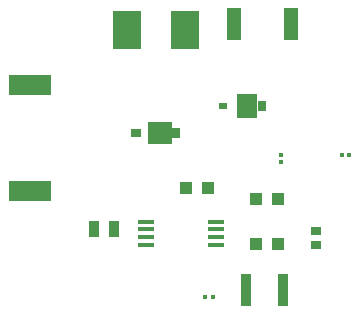
<source format=gbr>
%TF.GenerationSoftware,KiCad,Pcbnew,(6.0.10)*%
%TF.CreationDate,2023-02-04T08:17:09+05:30*%
%TF.ProjectId,MpptDemoBoard,4d707074-4465-46d6-9f42-6f6172642e6b,rev?*%
%TF.SameCoordinates,Original*%
%TF.FileFunction,Paste,Top*%
%TF.FilePolarity,Positive*%
%FSLAX46Y46*%
G04 Gerber Fmt 4.6, Leading zero omitted, Abs format (unit mm)*
G04 Created by KiCad (PCBNEW (6.0.10)) date 2023-02-04 08:17:09*
%MOMM*%
%LPD*%
G01*
G04 APERTURE LIST*
%ADD10R,0.850000X0.650000*%
%ADD11R,2.000000X1.950000*%
%ADD12R,0.650000X0.950000*%
%ADD13R,3.606800X1.803400*%
%ADD14R,1.200000X2.800000*%
%ADD15R,0.750000X0.850000*%
%ADD16R,0.700000X0.550000*%
%ADD17R,1.800000X2.040000*%
%ADD18R,2.450000X3.300000*%
%ADD19R,1.475000X0.450000*%
%ADD20R,1.050000X1.050000*%
%ADD21R,0.300000X0.300000*%
%ADD22R,0.820000X2.720000*%
%ADD23R,0.900000X0.650000*%
%ADD24R,0.910000X1.390000*%
G04 APERTURE END LIST*
D10*
%TO.C,D1*%
X119848200Y-113588800D03*
D11*
X121903200Y-113588800D03*
D12*
X123228200Y-113588800D03*
%TD*%
D13*
%TO.C,L1*%
X110890250Y-109525000D03*
X110890250Y-118516600D03*
%TD*%
D14*
%TO.C,R4*%
X128181400Y-104317800D03*
X132981400Y-104317800D03*
%TD*%
D15*
%TO.C,Z1*%
X130580400Y-111277400D03*
D16*
X127255400Y-111277400D03*
D17*
X129305400Y-111277400D03*
%TD*%
D18*
%TO.C,R5*%
X119139800Y-104876600D03*
X124039800Y-104876600D03*
%TD*%
D19*
%TO.C,IC1*%
X120734600Y-121072000D03*
X120734600Y-121722000D03*
X120734600Y-122372000D03*
X120734600Y-123022000D03*
X126610600Y-123022000D03*
X126610600Y-122372000D03*
X126610600Y-121722000D03*
X126610600Y-121072000D03*
%TD*%
D20*
%TO.C,C5*%
X130037400Y-122961400D03*
X131887400Y-122961400D03*
%TD*%
%TO.C,C4*%
X130012000Y-119151400D03*
X131862000Y-119151400D03*
%TD*%
D21*
%TO.C,R1*%
X137338600Y-115443000D03*
X137938600Y-115443000D03*
%TD*%
D22*
%TO.C,C3*%
X129209200Y-126898400D03*
X132309200Y-126898400D03*
%TD*%
D21*
%TO.C,R2*%
X125756200Y-127457200D03*
X126356200Y-127457200D03*
%TD*%
D23*
%TO.C,R6*%
X135077200Y-123019200D03*
X135077200Y-121869200D03*
%TD*%
D21*
%TO.C,R3*%
X132156200Y-116022400D03*
X132156200Y-115422400D03*
%TD*%
D24*
%TO.C,C1*%
X117990200Y-121691400D03*
X116350200Y-121691400D03*
%TD*%
D20*
%TO.C,C2*%
X124104400Y-118186200D03*
X125954400Y-118186200D03*
%TD*%
M02*

</source>
